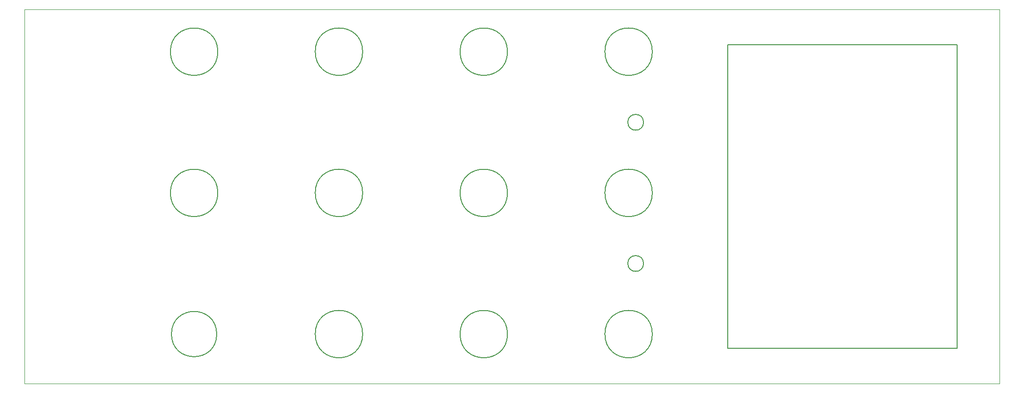
<source format=gko>
G04 Layer: BoardOutlineLayer*
G04 EasyEDA v6.5.39, 2024-01-05 15:05:44*
G04 82684c6594c7452195dfdff2266dbc5d,24315905b9734375b2ccc5c6aeea7757,10*
G04 Gerber Generator version 0.2*
G04 Scale: 100 percent, Rotated: No, Reflected: No *
G04 Dimensions in inches *
G04 leading zeros omitted , absolute positions ,3 integer and 6 decimal *
%FSLAX36Y36*%
%MOIN*%

%ADD10C,0.0050*%
%ADD11C,0.0020*%
D10*
X4975000Y2400000D02*
G01*
X4975000Y250000D01*
X6600000Y250000D01*
X6600000Y2400000D01*
X4975000Y2400000D01*
D11*
X0Y0D02*
G01*
X0Y45700D01*
X0Y2650000D01*
X6900000Y2650000D01*
X6900000Y0D01*
X25000Y0D01*
X25000Y0D02*
G01*
X0Y0D01*
D10*
G75*
G01
X1367710Y2350000D02*
G03X1367710Y2350000I-167710J0D01*
G75*
G01
X2392710Y2350000D02*
G03X2392710Y2350000I-167710J0D01*
G75*
G01
X3417710Y2350000D02*
G03X3417710Y2350000I-167710J0D01*
G75*
G01
X4442710Y2350000D02*
G03X4442710Y2350000I-167710J0D01*
G75*
G01
X4442710Y1350000D02*
G03X4442710Y1350000I-167710J0D01*
G75*
G01
X3417710Y1350000D02*
G03X3417710Y1350000I-167710J0D01*
G75*
G01
X2392710Y1350000D02*
G03X2392710Y1350000I-167710J0D01*
G75*
G01
X1367710Y1350000D02*
G03X1367710Y1350000I-167710J0D01*
G75*
G01
X2392710Y350000D02*
G03X2392710Y350000I-167710J0D01*
G75*
G01
X1360080Y350000D02*
G03X1360080Y350000I-160080J0D01*
G75*
G01
X3417710Y350000D02*
G03X3417710Y350000I-167710J0D01*
G75*
G01
X4442710Y350000D02*
G03X4442710Y350000I-167710J0D01*
G75*
G01
X4380900Y1850000D02*
G03X4380900Y1850000I-55900J0D01*
G75*
G01
X4380900Y850000D02*
G03X4380900Y850000I-55900J0D01*

%LPD*%
M02*

</source>
